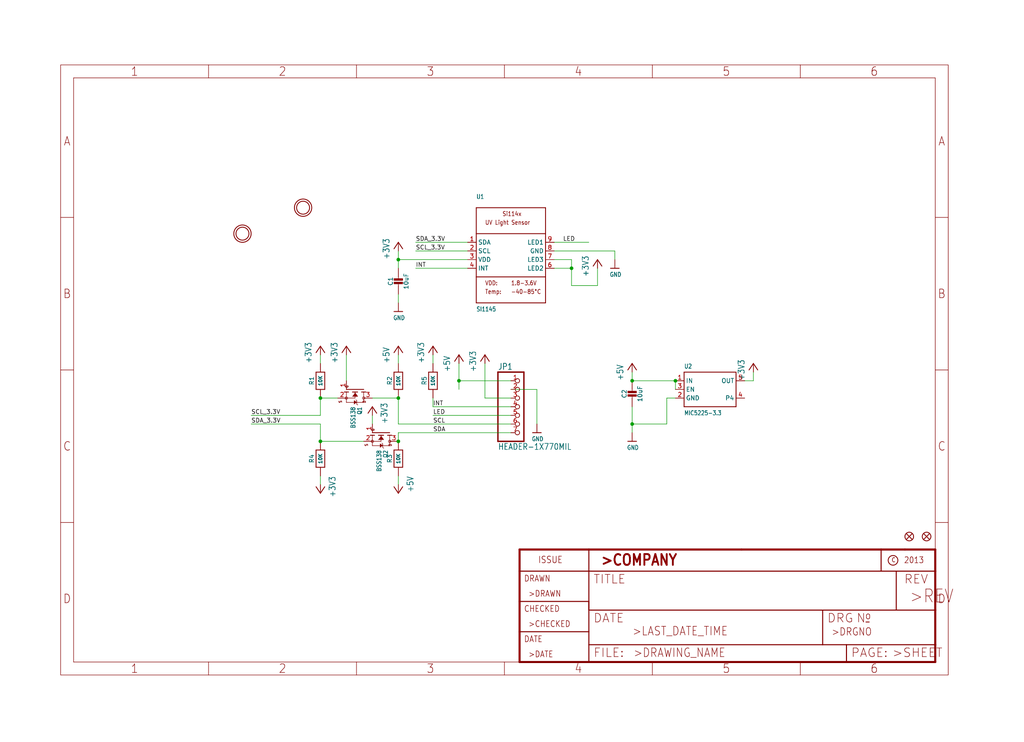
<source format=kicad_sch>
(kicad_sch (version 20211123) (generator eeschema)
  (paper "User" 300.38 217.881)
  (lib_symbols
    (symbol "eagleSchem-eagle-import:+3V3" (power)
      (property "Value" "+3V3" (at -2.54 -5.08 90))
      (symbol "+3V3_1_0"
        (polyline (pts (xy 0 0) (xy -1.27 -1.905)) (stroke (width 0.254)))
        (polyline (pts (xy 1.27 -1.905) (xy 0 0)) (stroke (width 0.254)))
        (pin power_in line (at 0 -2.54 90) (length 2.54) (name "+3V3") (number "1"))
      )
    )
    (symbol "eagleSchem-eagle-import:+5V" (power)
      (property "Value" "+5V" (at -2.54 -5.08 90))
      (symbol "+5V_1_0"
        (polyline (pts (xy 0 0) (xy -1.27 -1.905)) (stroke (width 0.254)))
        (polyline (pts (xy 1.27 -1.905) (xy 0 0)) (stroke (width 0.254)))
        (pin power_in line (at 0 -2.54 90) (length 2.54) (name "+5V") (number "1"))
      )
    )
    (symbol "eagleSchem-eagle-import:CAP_CERAMIC0805-NOOUTLINE"
      (property "Reference" "C" (at -2.29 1.25 90))
      (property "Value" "CAP_CERAMIC0805-NOOUTLINE" (at 2.3 1.25 90))
      (symbol "CAP_CERAMIC0805-NOOUTLINE_1_0"
        (rectangle (start -1.27 0.508) (end 1.27 1.016) (fill (type outline)))
        (rectangle (start -1.27 1.524) (end 1.27 2.032) (fill (type outline)))
        (polyline (pts (xy 0 0.762) (xy 0 0)) (stroke (width 0.1524)))
        (polyline (pts (xy 0 2.54) (xy 0 1.778)) (stroke (width 0.1524)))
        (pin passive line (at 0 5.08 270) (length 2.54) (name "1") (number "1"))
        (pin passive line (at 0 -2.54 90) (length 2.54) (name "2") (number "2"))
      )
    )
    (symbol "eagleSchem-eagle-import:FIDUCIAL{dblquote}{dblquote}"
      (symbol "FIDUCIAL{dblquote}{dblquote}_1_0"
        (polyline (pts (xy -0.762 0.762) (xy 0.762 -0.762)) (stroke (width 0.254)))
        (polyline (pts (xy 0.762 0.762) (xy -0.762 -0.762)) (stroke (width 0.254)))
        (circle (center 0 0) (radius 1.27) (stroke (width 0.254)))
      )
    )
    (symbol "eagleSchem-eagle-import:FRAME_A4"
      (symbol "FRAME_A4_1_0"
        (polyline (pts (xy 0 44.7675) (xy 3.81 44.7675)))
        (polyline (pts (xy 0 89.535) (xy 3.81 89.535)))
        (polyline (pts (xy 0 134.3025) (xy 3.81 134.3025)))
        (polyline (pts (xy 3.81 3.81) (xy 3.81 175.26)))
        (polyline (pts (xy 43.3917 0) (xy 43.3917 3.81)))
        (polyline (pts (xy 43.3917 175.26) (xy 43.3917 179.07)))
        (polyline (pts (xy 86.7833 0) (xy 86.7833 3.81)))
        (polyline (pts (xy 86.7833 175.26) (xy 86.7833 179.07)))
        (polyline (pts (xy 130.175 0) (xy 130.175 3.81)))
        (polyline (pts (xy 130.175 175.26) (xy 130.175 179.07)))
        (polyline (pts (xy 173.5667 0) (xy 173.5667 3.81)))
        (polyline (pts (xy 173.5667 175.26) (xy 173.5667 179.07)))
        (polyline (pts (xy 216.9583 0) (xy 216.9583 3.81)))
        (polyline (pts (xy 216.9583 175.26) (xy 216.9583 179.07)))
        (polyline (pts (xy 256.54 3.81) (xy 3.81 3.81)))
        (polyline (pts (xy 256.54 3.81) (xy 256.54 8.89)) (stroke (width 0.1016)))
        (polyline (pts (xy 256.54 3.81) (xy 256.54 175.26)))
        (polyline (pts (xy 256.54 8.89) (xy 256.54 13.97)) (stroke (width 0.1016)))
        (polyline (pts (xy 256.54 13.97) (xy 256.54 19.05)) (stroke (width 0.1016)))
        (polyline (pts (xy 256.54 19.05) (xy 256.54 36.83)) (stroke (width 0.1016)))
        (polyline (pts (xy 256.54 44.7675) (xy 260.35 44.7675)))
        (polyline (pts (xy 256.54 89.535) (xy 260.35 89.535)))
        (polyline (pts (xy 256.54 134.3025) (xy 260.35 134.3025)))
        (polyline (pts (xy 256.54 175.26) (xy 3.81 175.26)))
        (polyline (pts (xy 0 0) (xy 260.35 0) (xy 260.35 179.07) (xy 0 179.07) (xy 0 0)))
        (text "1" (at 21.6958 1.905 0) (effects (font (size 2.54 2.286))))
        (text "1" (at 21.6958 177.165 0) (effects (font (size 2.54 2.286))))
        (text "2" (at 65.0875 1.905 0) (effects (font (size 2.54 2.286))))
        (text "2" (at 65.0875 177.165 0) (effects (font (size 2.54 2.286))))
        (text "3" (at 108.4792 1.905 0) (effects (font (size 2.54 2.286))))
        (text "3" (at 108.4792 177.165 0) (effects (font (size 2.54 2.286))))
        (text "4" (at 151.8708 1.905 0) (effects (font (size 2.54 2.286))))
        (text "4" (at 151.8708 177.165 0) (effects (font (size 2.54 2.286))))
        (text "5" (at 195.2625 1.905 0) (effects (font (size 2.54 2.286))))
        (text "5" (at 195.2625 177.165 0) (effects (font (size 2.54 2.286))))
        (text "6" (at 238.6542 1.905 0) (effects (font (size 2.54 2.286))))
        (text "6" (at 238.6542 177.165 0) (effects (font (size 2.54 2.286))))
        (text "A" (at 1.905 156.6863 0) (effects (font (size 2.54 2.286))))
        (text "A" (at 258.445 156.6863 0) (effects (font (size 2.54 2.286))))
        (text "B" (at 1.905 111.9188 0) (effects (font (size 2.54 2.286))))
        (text "B" (at 258.445 111.9188 0) (effects (font (size 2.54 2.286))))
        (text "C" (at 1.905 67.1513 0) (effects (font (size 2.54 2.286))))
        (text "C" (at 258.445 67.1513 0) (effects (font (size 2.54 2.286))))
        (text "D" (at 1.905 22.3838 0) (effects (font (size 2.54 2.286))))
        (text "D" (at 258.445 22.3838 0) (effects (font (size 2.54 2.286))))
      )
      (symbol "FRAME_A4_2_0"
        (polyline (pts (xy 1.27 -6.35) (xy 1.27 0)) (stroke (width 0.1016)))
        (polyline (pts (xy 1.27 0) (xy 82.55 0)) (stroke (width 0.1016)))
        (polyline (pts (xy 82.55 -6.35) (xy 1.27 -6.35)) (stroke (width 0.1016)))
        (polyline (pts (xy 82.55 0) (xy 82.55 -6.35)) (stroke (width 0.1016)))
        (text "PART OR WHOLE IS STRICTLY PROHIBITED WITHOUT WRITTEN PERMISSION!" (at 3.81 -5.08 0) (effects (font (size 1.27 1.0795)) (justify left bottom)))
        (text "PROPRIETARY" (at 3.81 -10.16 0) (effects (font (size 2.54 2.159) (thickness 0.4318) bold) (justify left bottom)))
        (text "THIS DRAWING CONTAINS CONFIDENTIAL INFORMATION. ANY REPRODUCTION IN" (at 3.81 -2.794 0) (effects (font (size 1.27 1.0795)) (justify left bottom)))
      )
      (symbol "FRAME_A4_3_0"
        (polyline (pts (xy 0 1.27) (xy 20.32 1.27)) (stroke (width 0.6096)))
        (polyline (pts (xy 0 10.16) (xy 0 1.27)) (stroke (width 0.6096)))
        (polyline (pts (xy 0 10.16) (xy 20.32 10.16)) (stroke (width 0.3048)))
        (polyline (pts (xy 0 19.05) (xy 0 10.16)) (stroke (width 0.6096)))
        (polyline (pts (xy 0 19.05) (xy 20.32 19.05)) (stroke (width 0.3048)))
        (polyline (pts (xy 0 27.94) (xy 0 19.05)) (stroke (width 0.6096)))
        (polyline (pts (xy 0 27.94) (xy 20.32 27.94)) (stroke (width 0.3048)))
        (polyline (pts (xy 0 34.29) (xy 0 27.94)) (stroke (width 0.6096)))
        (polyline (pts (xy 20.32 1.27) (xy 20.32 6.35)) (stroke (width 0.3048)))
        (polyline (pts (xy 20.32 1.27) (xy 95.885 1.27)) (stroke (width 0.6096)))
        (polyline (pts (xy 20.32 6.35) (xy 20.32 10.16)) (stroke (width 0.3048)))
        (polyline (pts (xy 20.32 6.35) (xy 88.9 6.35)) (stroke (width 0.3048)))
        (polyline (pts (xy 20.32 10.16) (xy 20.32 19.05)) (stroke (width 0.3048)))
        (polyline (pts (xy 20.32 16.51) (xy 20.32 19.05)) (stroke (width 0.3048)))
        (polyline (pts (xy 20.32 19.05) (xy 20.32 27.94)) (stroke (width 0.3048)))
        (polyline (pts (xy 20.32 27.94) (xy 20.32 34.29)) (stroke (width 0.3048)))
        (polyline (pts (xy 20.32 27.94) (xy 65.0875 27.94)) (stroke (width 0.3048)))
        (polyline (pts (xy 20.32 34.29) (xy 0 34.29)) (stroke (width 0.6096)))
        (polyline (pts (xy 65.0875 27.94) (xy 106.045 27.94)) (stroke (width 0.3048)))
        (polyline (pts (xy 65.0875 34.29) (xy 20.32 34.29)) (stroke (width 0.6096)))
        (polyline (pts (xy 88.9 6.35) (xy 95.885 6.35)) (stroke (width 0.3048)))
        (polyline (pts (xy 88.9 16.51) (xy 20.32 16.51)) (stroke (width 0.3048)))
        (polyline (pts (xy 88.9 16.51) (xy 88.9 6.35)) (stroke (width 0.3048)))
        (polyline (pts (xy 95.885 1.27) (xy 121.92 1.27)) (stroke (width 0.6096)))
        (polyline (pts (xy 95.885 6.35) (xy 95.885 1.27)) (stroke (width 0.3048)))
        (polyline (pts (xy 95.885 6.35) (xy 121.92 6.35)) (stroke (width 0.3048)))
        (polyline (pts (xy 101.6 13.0175) (xy 102.5525 13.0175)) (stroke (width 0.254)))
        (polyline (pts (xy 106.045 27.94) (xy 106.045 34.29)) (stroke (width 0.3048)))
        (polyline (pts (xy 106.045 27.94) (xy 110.49 27.94)) (stroke (width 0.3048)))
        (polyline (pts (xy 106.045 34.29) (xy 65.0875 34.29)) (stroke (width 0.6096)))
        (polyline (pts (xy 110.49 16.51) (xy 88.9 16.51)) (stroke (width 0.3048)))
        (polyline (pts (xy 110.49 27.94) (xy 110.49 16.51)) (stroke (width 0.3048)))
        (polyline (pts (xy 110.49 27.94) (xy 113.03 27.94)) (stroke (width 0.3048)))
        (polyline (pts (xy 113.03 27.94) (xy 121.92 27.94)) (stroke (width 0.3048)))
        (polyline (pts (xy 113.03 34.29) (xy 106.045 34.29)) (stroke (width 0.6096)))
        (polyline (pts (xy 121.92 6.35) (xy 121.92 1.27)) (stroke (width 0.6096)))
        (polyline (pts (xy 121.92 16.51) (xy 110.49 16.51)) (stroke (width 0.3048)))
        (polyline (pts (xy 121.92 16.51) (xy 121.92 6.35)) (stroke (width 0.6096)))
        (polyline (pts (xy 121.92 27.94) (xy 121.92 16.51)) (stroke (width 0.6096)))
        (polyline (pts (xy 121.92 34.29) (xy 113.03 34.29)) (stroke (width 0.6096)))
        (polyline (pts (xy 121.92 34.29) (xy 121.92 27.94)) (stroke (width 0.6096)))
        (circle (center 109.5375 31.115) (radius 1.4199) (stroke (width 0.254)))
        (text "2013" (at 112.7125 30.1625 0) (effects (font (size 1.778 1.5113)) (justify left bottom)))
        (text ">CHECKED" (at 2.54 11.43 0) (effects (font (size 1.778 1.5113)) (justify left bottom)))
        (text ">COMPANY" (at 23.6538 29.3687 0) (effects (font (size 3.175 2.6987) (thickness 0.5397) bold) (justify left bottom)))
        (text ">DATE" (at 2.54 2.54 0) (effects (font (size 1.778 1.5113)) (justify left bottom)))
        (text ">DRAWING_NAME" (at 33.3375 2.54 0) (effects (font (size 2.54 2.159)) (justify left bottom)))
        (text ">DRAWN" (at 2.54 20.32 0) (effects (font (size 1.778 1.5113)) (justify left bottom)))
        (text ">DRGNO" (at 91.44 8.89 0) (effects (font (size 2.1844 1.8567)) (justify left bottom)))
        (text ">LAST_DATE_TIME" (at 33.02 8.89 0) (effects (font (size 2.54 2.159)) (justify left bottom)))
        (text ">REV" (at 114.3 18.415 0) (effects (font (size 3.81 3.2385)) (justify left bottom)))
        (text ">SHEET" (at 109.22 2.54 0) (effects (font (size 2.54 2.54)) (justify left bottom)))
        (text "C" (at 109.0612 30.48 0) (effects (font (size 1.27 1.0795)) (justify left bottom)))
        (text "CHECKED" (at 1.27 15.875 0) (effects (font (size 1.778 1.5113)) (justify left bottom)))
        (text "DATE" (at 1.27 6.985 0) (effects (font (size 1.778 1.5113)) (justify left bottom)))
        (text "DATE" (at 21.59 12.7 0) (effects (font (size 2.54 2.54)) (justify left bottom)))
        (text "DRAWN" (at 1.27 24.765 0) (effects (font (size 1.778 1.5113)) (justify left bottom)))
        (text "DRG" (at 90.17 12.7 0) (effects (font (size 2.54 2.54)) (justify left bottom)))
        (text "FILE:" (at 21.59 2.54 0) (effects (font (size 2.54 2.54)) (justify left bottom)))
        (text "ISSUE" (at 5.3975 30.1625 0) (effects (font (size 1.9304 1.6408)) (justify left bottom)))
        (text "N" (at 98.7425 12.7 0) (effects (font (size 2.54 2.54)) (justify left bottom)))
        (text "o" (at 101.2825 13.6525 0) (effects (font (size 2.1844 1.8567)) (justify left bottom)))
        (text "PAGE:" (at 97.155 2.54 0) (effects (font (size 2.54 2.54)) (justify left bottom)))
        (text "REV" (at 112.7125 24.13 0) (effects (font (size 2.54 2.54)) (justify left bottom)))
        (text "TITLE" (at 21.59 24.13 0) (effects (font (size 2.54 2.54)) (justify left bottom)))
      )
    )
    (symbol "eagleSchem-eagle-import:GND" (power)
      (property "Value" "GND" (at -1.524 -2.54 0))
      (symbol "GND_1_0"
        (polyline (pts (xy -1.27 0) (xy 1.27 0)) (stroke (width 0.254)))
        (pin power_in line (at 0 2.54 270) (length 2.54) (name "GND") (number "1"))
      )
    )
    (symbol "eagleSchem-eagle-import:HEADER-1X770MIL"
      (property "Reference" "JP" (at -6.35 10.795 0))
      (property "Value" "HEADER-1X770MIL" (at -6.35 -12.7 0))
      (symbol "HEADER-1X770MIL_1_0"
        (polyline (pts (xy -6.35 -10.16) (xy 1.27 -10.16)) (stroke (width 0.4064)))
        (polyline (pts (xy -6.35 10.16) (xy -6.35 -10.16)) (stroke (width 0.4064)))
        (polyline (pts (xy 1.27 -10.16) (xy 1.27 10.16)) (stroke (width 0.4064)))
        (polyline (pts (xy 1.27 10.16) (xy -6.35 10.16)) (stroke (width 0.4064)))
        (pin passive inverted (at -2.54 7.62 0) (length 2.54) (name "1") (number "1"))
        (pin passive inverted (at -2.54 5.08 0) (length 2.54) (name "2") (number "2"))
        (pin passive inverted (at -2.54 2.54 0) (length 2.54) (name "3") (number "3"))
        (pin passive inverted (at -2.54 0 0) (length 2.54) (name "4") (number "4"))
        (pin passive inverted (at -2.54 -2.54 0) (length 2.54) (name "5") (number "5"))
        (pin passive inverted (at -2.54 -5.08 0) (length 2.54) (name "6") (number "6"))
        (pin passive inverted (at -2.54 -7.62 0) (length 2.54) (name "7") (number "7"))
      )
    )
    (symbol "eagleSchem-eagle-import:MOSFET-NWIDE"
      (property "Reference" "Q" (at 5.08 0.635 0))
      (property "Value" "MOSFET-NWIDE" (at 5.08 -1.27 0))
      (symbol "MOSFET-NWIDE_1_0"
        (polyline (pts (xy 0 2.54) (xy 0 -2.54)) (stroke (width 0.254)))
        (polyline (pts (xy 0.762 -2.54) (xy 0.762 -3.175)) (stroke (width 0.254)))
        (polyline (pts (xy 0.762 -1.905) (xy 0.762 -2.54)) (stroke (width 0.254)))
        (polyline (pts (xy 0.762 0) (xy 0.762 -0.762)) (stroke (width 0.254)))
        (polyline (pts (xy 0.762 0) (xy 2.54 0)) (stroke (width 0.1524)))
        (polyline (pts (xy 0.762 0.762) (xy 0.762 0)) (stroke (width 0.254)))
        (polyline (pts (xy 0.762 2.54) (xy 0.762 1.905)) (stroke (width 0.254)))
        (polyline (pts (xy 0.762 2.54) (xy 3.81 2.54)) (stroke (width 0.1524)))
        (polyline (pts (xy 0.762 3.175) (xy 0.762 2.54)) (stroke (width 0.254)))
        (polyline (pts (xy 2.54 -2.54) (xy 0.762 -2.54)) (stroke (width 0.1524)))
        (polyline (pts (xy 2.54 -2.54) (xy 3.81 -2.54)) (stroke (width 0.1524)))
        (polyline (pts (xy 2.54 0) (xy 2.54 -2.54)) (stroke (width 0.1524)))
        (polyline (pts (xy 3.302 0.508) (xy 3.048 0.254)) (stroke (width 0.1524)))
        (polyline (pts (xy 3.81 0.508) (xy 3.302 0.508)) (stroke (width 0.1524)))
        (polyline (pts (xy 3.81 0.508) (xy 3.81 -2.54)) (stroke (width 0.1524)))
        (polyline (pts (xy 3.81 2.54) (xy 3.81 0.508)) (stroke (width 0.1524)))
        (polyline (pts (xy 4.318 0.508) (xy 3.81 0.508)) (stroke (width 0.1524)))
        (polyline (pts (xy 4.572 0.762) (xy 4.318 0.508)) (stroke (width 0.1524)))
        (polyline (pts (xy 1.016 0) (xy 2.032 0.762) (xy 2.032 -0.762)) (fill (type outline)))
        (polyline (pts (xy 3.81 0.508) (xy 3.302 -0.254) (xy 4.318 -0.254)) (fill (type outline)))
        (circle (center 2.54 -2.54) (radius 0.3592))
        (circle (center 2.54 2.54) (radius 0.3592))
        (text "D" (at 3.175 3.175 0) (effects (font (size 0.8128 0.6908)) (justify left bottom)))
        (text "G" (at -1.27 -1.905 0) (effects (font (size 0.8128 0.6908)) (justify left bottom)))
        (text "S" (at 3.175 -3.81 0) (effects (font (size 0.8128 0.6908)) (justify left bottom)))
        (pin bidirectional line (at -2.54 -2.54 0) (length 2.54) (name "G") (number "1"))
        (pin bidirectional line (at 2.54 -5.08 90) (length 2.54) (name "S") (number "2"))
        (pin bidirectional line (at 2.54 5.08 270) (length 2.54) (name "D") (number "3"))
      )
    )
    (symbol "eagleSchem-eagle-import:MOUNTINGHOLE2.5"
      (symbol "MOUNTINGHOLE2.5_1_0"
        (circle (center 0 0) (radius 1.905) (stroke (width 0.254)))
        (circle (center 0 0) (radius 2.54) (stroke (width 0.254)))
      )
    )
    (symbol "eagleSchem-eagle-import:RESISTOR0805_NOOUTLINE"
      (property "Reference" "R" (at 0 2.54 0))
      (property "Value" "RESISTOR0805_NOOUTLINE" (at 0 0 0))
      (symbol "RESISTOR0805_NOOUTLINE_1_0"
        (polyline (pts (xy -2.54 -1.27) (xy -2.54 1.27)) (stroke (width 0.254)))
        (polyline (pts (xy -2.54 1.27) (xy 2.54 1.27)) (stroke (width 0.254)))
        (polyline (pts (xy 2.54 -1.27) (xy -2.54 -1.27)) (stroke (width 0.254)))
        (polyline (pts (xy 2.54 1.27) (xy 2.54 -1.27)) (stroke (width 0.254)))
        (pin passive line (at -5.08 0 0) (length 2.54) (name "1") (number "1"))
        (pin passive line (at 5.08 0 180) (length 2.54) (name "2") (number "2"))
      )
    )
    (symbol "eagleSchem-eagle-import:SI114X"
      (property "Reference" "U" (at -10.16 17.78 0))
      (property "Value" "SI114X" (at -10.16 -15.24 0))
      (symbol "SI114X_1_0"
        (polyline (pts (xy -10.16 -12.7) (xy 10.16 -12.7)) (stroke (width 0.254)))
        (polyline (pts (xy -10.16 -5.08) (xy -10.16 -12.7)) (stroke (width 0.254)))
        (polyline (pts (xy -10.16 -5.08) (xy -10.16 7.62)) (stroke (width 0.254)))
        (polyline (pts (xy -10.16 7.62) (xy -10.16 15.24)) (stroke (width 0.254)))
        (polyline (pts (xy -10.16 7.62) (xy 10.16 7.62)) (stroke (width 0.254)))
        (polyline (pts (xy -10.16 15.24) (xy 10.16 15.24)) (stroke (width 0.254)))
        (polyline (pts (xy 10.16 -12.7) (xy 10.16 -5.08)) (stroke (width 0.254)))
        (polyline (pts (xy 10.16 -5.08) (xy -10.16 -5.08)) (stroke (width 0.254)))
        (polyline (pts (xy 10.16 7.62) (xy 10.16 -5.08)) (stroke (width 0.254)))
        (polyline (pts (xy 10.16 15.24) (xy 10.16 7.62)) (stroke (width 0.254)))
        (text "-40-85°C" (at 0 -10.16 0) (effects (font (size 1.27 1.0795)) (justify left bottom)))
        (text "1.8-3.6V" (at 0 -7.62 0) (effects (font (size 1.27 1.0795)) (justify left bottom)))
        (text "Si114x" (at -2.54 12.7 0) (effects (font (size 1.27 1.0795)) (justify left bottom)))
        (text "Temp:" (at -7.62 -10.16 0) (effects (font (size 1.27 1.0795)) (justify left bottom)))
        (text "UV Light Sensor" (at -7.62 10.16 0) (effects (font (size 1.27 1.0795)) (justify left bottom)))
        (text "VDD:" (at -7.62 -7.62 0) (effects (font (size 1.27 1.0795)) (justify left bottom)))
        (pin bidirectional line (at -12.7 5.08 0) (length 2.54) (name "SDA") (number "1"))
        (pin input line (at -12.7 2.54 0) (length 2.54) (name "SCL") (number "2"))
        (pin power_in line (at -12.7 0 0) (length 2.54) (name "VDD") (number "3"))
        (pin open_collector line (at -12.7 -2.54 0) (length 2.54) (name "INT") (number "4"))
        (pin open_collector line (at 12.7 -2.54 180) (length 2.54) (name "LED2") (number "6"))
        (pin open_collector line (at 12.7 0 180) (length 2.54) (name "LED3") (number "7"))
        (pin power_in line (at 12.7 2.54 180) (length 2.54) (name "GND") (number "8"))
        (pin open_collector line (at 12.7 5.08 180) (length 2.54) (name "LED1") (number "9"))
      )
    )
    (symbol "eagleSchem-eagle-import:VREG_SOT23-5"
      (property "Reference" "U" (at -7.62 6.096 0))
      (property "Value" "VREG_SOT23-5" (at -7.62 -7.62 0))
      (symbol "VREG_SOT23-5_1_0"
        (polyline (pts (xy -7.62 -5.08) (xy -7.62 5.08)) (stroke (width 0.254)))
        (polyline (pts (xy -7.62 5.08) (xy 7.62 5.08)) (stroke (width 0.254)))
        (polyline (pts (xy 7.62 -5.08) (xy -7.62 -5.08)) (stroke (width 0.254)))
        (polyline (pts (xy 7.62 5.08) (xy 7.62 -5.08)) (stroke (width 0.254)))
        (pin power_in line (at -10.16 2.54 0) (length 2.54) (name "IN") (number "1"))
        (pin power_in line (at -10.16 -2.54 0) (length 2.54) (name "GND") (number "2"))
        (pin input line (at -10.16 0 0) (length 2.54) (name "EN") (number "3"))
        (pin bidirectional line (at 10.16 -2.54 180) (length 2.54) (name "P4") (number "4"))
        (pin power_in line (at 10.16 2.54 180) (length 2.54) (name "OUT") (number "5"))
      )
    )
  )
  (junction (at 167.64 78.74))
  (junction (at 134.62 111.76))
  (junction (at 93.98 116.84))
  (junction (at 116.84 129.54))
  (junction (at 116.84 76.2))
  (junction (at 185.42 124.46))
  (junction (at 116.84 116.84))
  (junction (at 198.12 111.76))
  (junction (at 185.42 111.76))
  (junction (at 93.98 129.54))
  (wire (pts (xy 149.86 119.38) (xy 127 119.38)))
  (wire (pts (xy 93.98 121.92) (xy 93.98 116.84)))
  (wire (pts (xy 116.84 124.46) (xy 149.86 124.46)))
  (wire (pts (xy 134.62 111.76) (xy 134.62 106.68)))
  (wire (pts (xy 121.92 71.12) (xy 137.16 71.12)))
  (wire (pts (xy 116.84 116.84) (xy 116.84 124.46)))
  (wire (pts (xy 116.84 86.36) (xy 116.84 88.9)))
  (wire (pts (xy 149.86 111.76) (xy 134.62 111.76)))
  (wire (pts (xy 142.24 116.84) (xy 149.86 116.84)))
  (wire (pts (xy 162.56 78.74) (xy 167.64 78.74)))
  (wire (pts (xy 162.56 76.2) (xy 167.64 76.2)))
  (wire (pts (xy 93.98 129.54) (xy 93.98 124.46)))
  (wire (pts (xy 137.16 73.66) (xy 121.92 73.66)))
  (wire (pts (xy 162.56 71.12) (xy 172.72 71.12)))
  (wire (pts (xy 137.16 76.2) (xy 116.84 76.2)))
  (wire (pts (xy 220.98 111.76) (xy 220.98 109.22)))
  (wire (pts (xy 157.48 114.3) (xy 157.48 124.46)))
  (wire (pts (xy 109.22 116.84) (xy 116.84 116.84)))
  (wire (pts (xy 195.58 116.84) (xy 195.58 124.46)))
  (wire (pts (xy 93.98 121.92) (xy 73.66 121.92)))
  (wire (pts (xy 101.6 111.76) (xy 101.6 104.14)))
  (wire (pts (xy 218.44 111.76) (xy 220.98 111.76)))
  (wire (pts (xy 93.98 104.14) (xy 93.98 106.68)))
  (wire (pts (xy 137.16 78.74) (xy 121.92 78.74)))
  (wire (pts (xy 185.42 124.46) (xy 185.42 127)))
  (wire (pts (xy 185.42 124.46) (xy 185.42 119.38)))
  (wire (pts (xy 198.12 116.84) (xy 195.58 116.84)))
  (wire (pts (xy 106.68 129.54) (xy 93.98 129.54)))
  (wire (pts (xy 180.34 73.66) (xy 180.34 76.2)))
  (wire (pts (xy 93.98 142.24) (xy 93.98 139.7)))
  (wire (pts (xy 116.84 76.2) (xy 116.84 78.74)))
  (wire (pts (xy 116.84 127) (xy 149.86 127)))
  (wire (pts (xy 185.42 109.22) (xy 185.42 111.76)))
  (wire (pts (xy 109.22 121.92) (xy 109.22 124.46)))
  (wire (pts (xy 149.86 121.92) (xy 127 121.92)))
  (wire (pts (xy 175.26 83.82) (xy 175.26 78.74)))
  (wire (pts (xy 127 116.84) (xy 127 119.38)))
  (wire (pts (xy 167.64 83.82) (xy 175.26 83.82)))
  (wire (pts (xy 116.84 142.24) (xy 116.84 139.7)))
  (wire (pts (xy 198.12 114.3) (xy 198.12 111.76)))
  (wire (pts (xy 198.12 111.76) (xy 185.42 111.76)))
  (wire (pts (xy 127 104.14) (xy 127 106.68)))
  (wire (pts (xy 93.98 116.84) (xy 99.06 116.84)))
  (wire (pts (xy 73.66 124.46) (xy 93.98 124.46)))
  (wire (pts (xy 116.84 76.2) (xy 116.84 73.66)))
  (wire (pts (xy 195.58 124.46) (xy 185.42 124.46)))
  (wire (pts (xy 116.84 129.54) (xy 116.84 127)))
  (wire (pts (xy 116.84 104.14) (xy 116.84 106.68)))
  (wire (pts (xy 142.24 106.68) (xy 142.24 116.84)))
  (wire (pts (xy 134.62 114.3) (xy 134.62 111.76)))
  (wire (pts (xy 162.56 73.66) (xy 180.34 73.66)))
  (wire (pts (xy 167.64 78.74) (xy 167.64 83.82)))
  (wire (pts (xy 167.64 76.2) (xy 167.64 78.74)))
  (wire (pts (xy 149.86 114.3) (xy 157.48 114.3)))
  (label "INT" (at 127 119.38 0) (effects (font (size 1.2446 1.2446))))
  (label "INT" (at 121.92 78.74 0) (effects (font (size 1.2446 1.2446))))
  (label "SDA" (at 127 127 0) (effects (font (size 1.2446 1.2446))))
  (label "SDA_3.3V" (at 73.66 124.46 0) (effects (font (size 1.2446 1.2446))))
  (label "SCL_3.3V" (at 73.66 121.92 0) (effects (font (size 1.2446 1.2446))))
  (label "LED" (at 127 121.92 0) (effects (font (size 1.2446 1.2446))))
  (label "LED" (at 165.1 71.12 0) (effects (font (size 1.2446 1.2446))))
  (label "SDA_3.3V" (at 121.92 71.12 0) (effects (font (size 1.2446 1.2446))))
  (label "SCL_3.3V" (at 121.92 73.66 0) (effects (font (size 1.2446 1.2446))))
  (label "SCL" (at 127 124.46 0) (effects (font (size 1.2446 1.2446))))
  (symbol (lib_id "eagleSchem-eagle-import:SI114X") (at 149.86 76.2 0) (unit 1)
    (property "Reference" "U1" (at 139.7 58.42 0) (effects (font (size 1.27 1.0795)) (justify left bottom)))
    (property "Value" "SI1145" (at 139.7 91.44 0) (effects (font (size 1.27 1.0795)) (justify left bottom)))
    (property "Footprint" "eagleSchem:SI114X" (effects hide))
  )
  (symbol (lib_id "eagleSchem-eagle-import:CAP_CERAMIC0805-NOOUTLINE") (at 116.84 83.82 0) (unit 1)
    (property "Reference" "C1" (at 114.55 82.57 90))
    (property "Value" "10uF" (at 119.14 82.57 90))
    (property "Footprint" "eagleSchem:0805-NO" (effects hide))
  )
  (symbol (lib_id "eagleSchem-eagle-import:+5V") (at 116.84 144.78 180) (unit 1)
    (property "Reference" "#P+3" (effects hide))
    (property "Value" "+5V" (at 119.38 139.7 90) (effects (font (size 1.778 1.5113)) (justify left bottom)))
    (property "Footprint" "eagleSchem:" (effects hide))
  )
  (symbol (lib_id "eagleSchem-eagle-import:GND") (at 157.48 127 0) (unit 1)
    (property "Reference" "#U$4" (effects hide))
    (property "Value" "GND" (at 155.956 129.54 0) (effects (font (size 1.27 1.0795)) (justify left bottom)))
    (property "Footprint" "eagleSchem:" (effects hide))
  )
  (symbol (lib_id "eagleSchem-eagle-import:RESISTOR0805_NOOUTLINE") (at 116.84 134.62 90) (unit 1)
    (property "Reference" "R3" (at 114.3 134.62 0))
    (property "Value" "10K" (at 116.84 134.62 0) (effects (font (size 1.016 1.016) bold)))
    (property "Footprint" "eagleSchem:0805-NO" (effects hide))
  )
  (symbol (lib_id "eagleSchem-eagle-import:FRAME_A4") (at 152.4 195.58 0) (unit 3)
    (property "Reference" "#FRAME1" (effects hide))
    (property "Value" "FRAME_A4" (effects hide))
    (property "Footprint" "eagleSchem:" (effects hide))
  )
  (symbol (lib_id "eagleSchem-eagle-import:+3V3") (at 175.26 76.2 0) (unit 1)
    (property "Reference" "#+3V8" (effects hide))
    (property "Value" "+3V3" (at 172.72 81.28 90) (effects (font (size 1.778 1.5113)) (justify left bottom)))
    (property "Footprint" "eagleSchem:" (effects hide))
  )
  (symbol (lib_id "eagleSchem-eagle-import:+5V") (at 185.42 106.68 0) (unit 1)
    (property "Reference" "#P+4" (effects hide))
    (property "Value" "+5V" (at 182.88 111.76 90) (effects (font (size 1.778 1.5113)) (justify left bottom)))
    (property "Footprint" "eagleSchem:" (effects hide))
  )
  (symbol (lib_id "eagleSchem-eagle-import:RESISTOR0805_NOOUTLINE") (at 93.98 134.62 90) (unit 1)
    (property "Reference" "R4" (at 91.44 134.62 0))
    (property "Value" "10K" (at 93.98 134.62 0) (effects (font (size 1.016 1.016) bold)))
    (property "Footprint" "eagleSchem:0805-NO" (effects hide))
  )
  (symbol (lib_id "eagleSchem-eagle-import:FIDUCIAL{dblquote}{dblquote}") (at 271.78 157.48 0) (unit 1)
    (property "Reference" "FID1" (effects hide))
    (property "Value" "FIDUCIAL{dblquote}{dblquote}" (effects hide))
    (property "Footprint" "eagleSchem:FIDUCIAL_1MM" (effects hide))
  )
  (symbol (lib_id "eagleSchem-eagle-import:+3V3") (at 93.98 144.78 180) (unit 1)
    (property "Reference" "#+3V5" (effects hide))
    (property "Value" "+3V3" (at 96.52 139.7 90) (effects (font (size 1.778 1.5113)) (justify left bottom)))
    (property "Footprint" "eagleSchem:" (effects hide))
  )
  (symbol (lib_id "eagleSchem-eagle-import:+3V3") (at 220.98 106.68 0) (unit 1)
    (property "Reference" "#+3V6" (effects hide))
    (property "Value" "+3V3" (at 218.44 111.76 90) (effects (font (size 1.778 1.5113)) (justify left bottom)))
    (property "Footprint" "eagleSchem:" (effects hide))
  )
  (symbol (lib_id "eagleSchem-eagle-import:+3V3") (at 127 101.6 0) (unit 1)
    (property "Reference" "#+3V9" (effects hide))
    (property "Value" "+3V3" (at 124.46 106.68 90) (effects (font (size 1.778 1.5113)) (justify left bottom)))
    (property "Footprint" "eagleSchem:" (effects hide))
  )
  (symbol (lib_id "eagleSchem-eagle-import:GND") (at 180.34 78.74 0) (unit 1)
    (property "Reference" "#U$1" (effects hide))
    (property "Value" "GND" (at 178.816 81.28 0) (effects (font (size 1.27 1.0795)) (justify left bottom)))
    (property "Footprint" "eagleSchem:" (effects hide))
  )
  (symbol (lib_id "eagleSchem-eagle-import:RESISTOR0805_NOOUTLINE") (at 93.98 111.76 90) (unit 1)
    (property "Reference" "R1" (at 91.44 111.76 0))
    (property "Value" "10K" (at 93.98 111.76 0) (effects (font (size 1.016 1.016) bold)))
    (property "Footprint" "eagleSchem:0805-NO" (effects hide))
  )
  (symbol (lib_id "eagleSchem-eagle-import:+3V3") (at 142.24 104.14 0) (unit 1)
    (property "Reference" "#+3V1" (effects hide))
    (property "Value" "+3V3" (at 139.7 109.22 90) (effects (font (size 1.778 1.5113)) (justify left bottom)))
    (property "Footprint" "eagleSchem:" (effects hide))
  )
  (symbol (lib_id "eagleSchem-eagle-import:GND") (at 116.84 91.44 0) (unit 1)
    (property "Reference" "#U$2" (effects hide))
    (property "Value" "GND" (at 115.316 93.98 0) (effects (font (size 1.27 1.0795)) (justify left bottom)))
    (property "Footprint" "eagleSchem:" (effects hide))
  )
  (symbol (lib_id "eagleSchem-eagle-import:FRAME_A4") (at 17.78 198.12 0) (unit 1)
    (property "Reference" "#FRAME1" (effects hide))
    (property "Value" "FRAME_A4" (effects hide))
    (property "Footprint" "eagleSchem:" (effects hide))
  )
  (symbol (lib_id "eagleSchem-eagle-import:+5V") (at 116.84 101.6 0) (unit 1)
    (property "Reference" "#P+1" (effects hide))
    (property "Value" "+5V" (at 114.3 106.68 90) (effects (font (size 1.778 1.5113)) (justify left bottom)))
    (property "Footprint" "eagleSchem:" (effects hide))
  )
  (symbol (lib_id "eagleSchem-eagle-import:+5V") (at 134.62 104.14 0) (unit 1)
    (property "Reference" "#P+2" (effects hide))
    (property "Value" "+5V" (at 132.08 109.22 90) (effects (font (size 1.778 1.5113)) (justify left bottom)))
    (property "Footprint" "eagleSchem:" (effects hide))
  )
  (symbol (lib_id "eagleSchem-eagle-import:+3V3") (at 109.22 119.38 0) (mirror y) (unit 1)
    (property "Reference" "#+3V3" (effects hide))
    (property "Value" "+3V3" (at 111.76 124.46 90) (effects (font (size 1.778 1.5113)) (justify left bottom)))
    (property "Footprint" "eagleSchem:" (effects hide))
  )
  (symbol (lib_id "eagleSchem-eagle-import:+3V3") (at 93.98 101.6 0) (unit 1)
    (property "Reference" "#+3V4" (effects hide))
    (property "Value" "+3V3" (at 91.44 106.68 90) (effects (font (size 1.778 1.5113)) (justify left bottom)))
    (property "Footprint" "eagleSchem:" (effects hide))
  )
  (symbol (lib_id "eagleSchem-eagle-import:MOUNTINGHOLE2.5") (at 88.9 60.96 0) (unit 1)
    (property "Reference" "U$5" (effects hide))
    (property "Value" "MOUNTINGHOLE2.5" (effects hide))
    (property "Footprint" "eagleSchem:MOUNTINGHOLE_2.5_PLATED" (effects hide))
  )
  (symbol (lib_id "eagleSchem-eagle-import:HEADER-1X770MIL") (at 152.4 119.38 0) (unit 1)
    (property "Reference" "JP1" (at 146.05 108.585 0) (effects (font (size 1.778 1.5113)) (justify left bottom)))
    (property "Value" "HEADER-1X770MIL" (at 146.05 132.08 0) (effects (font (size 1.778 1.5113)) (justify left bottom)))
    (property "Footprint" "eagleSchem:1X07_ROUND_70" (effects hide))
  )
  (symbol (lib_id "eagleSchem-eagle-import:MOUNTINGHOLE2.5") (at 71.12 68.58 0) (unit 1)
    (property "Reference" "U$6" (effects hide))
    (property "Value" "MOUNTINGHOLE2.5" (effects hide))
    (property "Footprint" "eagleSchem:MOUNTINGHOLE_2.5_PLATED" (effects hide))
  )
  (symbol (lib_id "eagleSchem-eagle-import:MOSFET-NWIDE") (at 104.14 114.3 270) (unit 1)
    (property "Reference" "Q1" (at 104.775 119.38 0) (effects (font (size 1.27 1.0795)) (justify left bottom)))
    (property "Value" "BSS138" (at 102.87 119.38 0) (effects (font (size 1.27 1.0795)) (justify left bottom)))
    (property "Footprint" "eagleSchem:SOT23-WIDE" (effects hide))
  )
  (symbol (lib_id "eagleSchem-eagle-import:+3V3") (at 101.6 101.6 0) (unit 1)
    (property "Reference" "#+3V2" (effects hide))
    (property "Value" "+3V3" (at 99.06 106.68 90) (effects (font (size 1.778 1.5113)) (justify left bottom)))
    (property "Footprint" "eagleSchem:" (effects hide))
  )
  (symbol (lib_id "eagleSchem-eagle-import:CAP_CERAMIC0805-NOOUTLINE") (at 185.42 116.84 0) (unit 1)
    (property "Reference" "C2" (at 183.13 115.59 90))
    (property "Value" "10uF" (at 187.72 115.59 90))
    (property "Footprint" "eagleSchem:0805-NO" (effects hide))
  )
  (symbol (lib_id "eagleSchem-eagle-import:MOSFET-NWIDE") (at 111.76 127 270) (unit 1)
    (property "Reference" "Q2" (at 112.395 132.08 0) (effects (font (size 1.27 1.0795)) (justify left bottom)))
    (property "Value" "BSS138" (at 110.49 132.08 0) (effects (font (size 1.27 1.0795)) (justify left bottom)))
    (property "Footprint" "eagleSchem:SOT23-WIDE" (effects hide))
  )
  (symbol (lib_id "eagleSchem-eagle-import:FIDUCIAL{dblquote}{dblquote}") (at 266.7 157.48 0) (unit 1)
    (property "Reference" "FID2" (effects hide))
    (property "Value" "FIDUCIAL{dblquote}{dblquote}" (effects hide))
    (property "Footprint" "eagleSchem:FIDUCIAL_1MM" (effects hide))
  )
  (symbol (lib_id "eagleSchem-eagle-import:+3V3") (at 116.84 71.12 0) (unit 1)
    (property "Reference" "#+3V7" (effects hide))
    (property "Value" "+3V3" (at 114.3 76.2 90) (effects (font (size 1.778 1.5113)) (justify left bottom)))
    (property "Footprint" "eagleSchem:" (effects hide))
  )
  (symbol (lib_id "eagleSchem-eagle-import:VREG_SOT23-5") (at 208.28 114.3 0) (unit 1)
    (property "Reference" "U2" (at 200.66 108.204 0) (effects (font (size 1.27 1.0795)) (justify left bottom)))
    (property "Value" "MIC5225-3.3" (at 200.66 121.92 0) (effects (font (size 1.27 1.0795)) (justify left bottom)))
    (property "Footprint" "eagleSchem:SOT23-5" (effects hide))
  )
  (symbol (lib_id "eagleSchem-eagle-import:RESISTOR0805_NOOUTLINE") (at 127 111.76 90) (unit 1)
    (property "Reference" "R5" (at 124.46 111.76 0))
    (property "Value" "10K" (at 127 111.76 0) (effects (font (size 1.016 1.016) bold)))
    (property "Footprint" "eagleSchem:0805-NO" (effects hide))
  )
  (symbol (lib_id "eagleSchem-eagle-import:GND") (at 185.42 129.54 0) (unit 1)
    (property "Reference" "#U$13" (effects hide))
    (property "Value" "GND" (at 183.896 132.08 0) (effects (font (size 1.27 1.0795)) (justify left bottom)))
    (property "Footprint" "eagleSchem:" (effects hide))
  )
  (symbol (lib_id "eagleSchem-eagle-import:RESISTOR0805_NOOUTLINE") (at 116.84 111.76 90) (unit 1)
    (property "Reference" "R2" (at 114.3 111.76 0))
    (property "Value" "10K" (at 116.84 111.76 0) (effects (font (size 1.016 1.016) bold)))
    (property "Footprint" "eagleSchem:0805-NO" (effects hide))
  )
)
</source>
